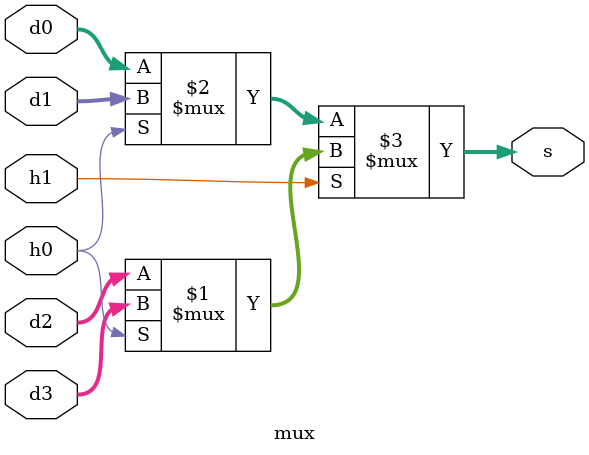
<source format=sv>
module mux (input logic [3:0] d3, d2, d1, d0,
				input logic h1, h0,
				output logic [3:0] s);
	assign s = h1 ? (h0 ? d3 : d2) : (h0 ? d1 : d0);
endmodule
</source>
